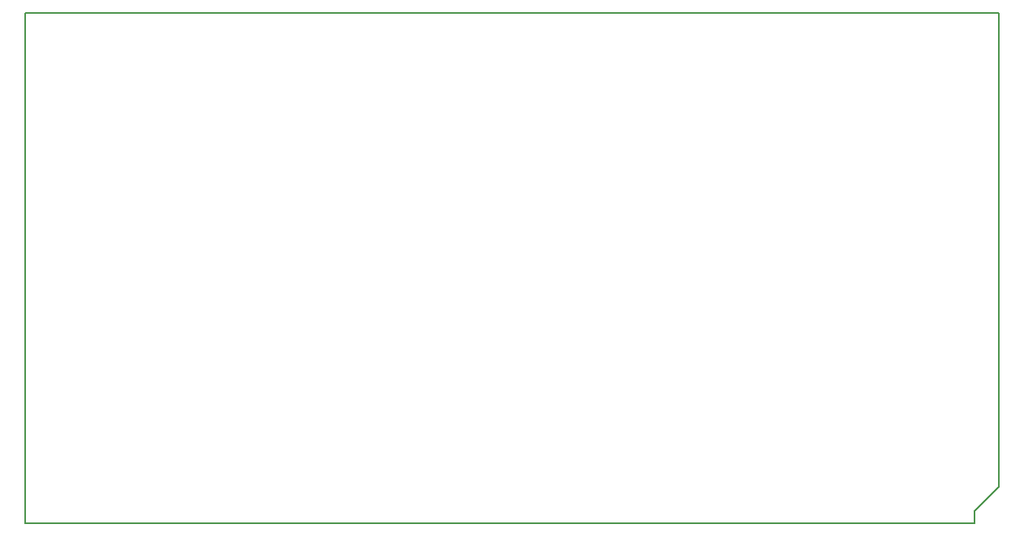
<source format=gbr>
G04 #@! TF.GenerationSoftware,KiCad,Pcbnew,6.0.2+dfsg-1*
G04 #@! TF.CreationDate,2024-04-07T16:41:00-07:00*
G04 #@! TF.ProjectId,pcb,7063622e-6b69-4636-9164-5f7063625858,rev?*
G04 #@! TF.SameCoordinates,Original*
G04 #@! TF.FileFunction,Profile,NP*
%FSLAX46Y46*%
G04 Gerber Fmt 4.6, Leading zero omitted, Abs format (unit mm)*
G04 Created by KiCad (PCBNEW 6.0.2+dfsg-1) date 2024-04-07 16:41:00*
%MOMM*%
%LPD*%
G01*
G04 APERTURE LIST*
G04 #@! TA.AperFunction,Profile*
%ADD10C,0.150000*%
G04 #@! TD*
G04 APERTURE END LIST*
D10*
X103378000Y-121666000D02*
X103378000Y-68326000D01*
X199898000Y-68326000D02*
X204978000Y-68326000D01*
X204978000Y-117856000D02*
X204978000Y-83566000D01*
X204978000Y-68326000D02*
X204978000Y-83566000D01*
X202438000Y-121666000D02*
X103378000Y-121666000D01*
X103378000Y-68326000D02*
X199898000Y-68326000D01*
X204978000Y-117856000D02*
X202438000Y-120396000D01*
X202438000Y-120396000D02*
X202438000Y-121666000D01*
M02*

</source>
